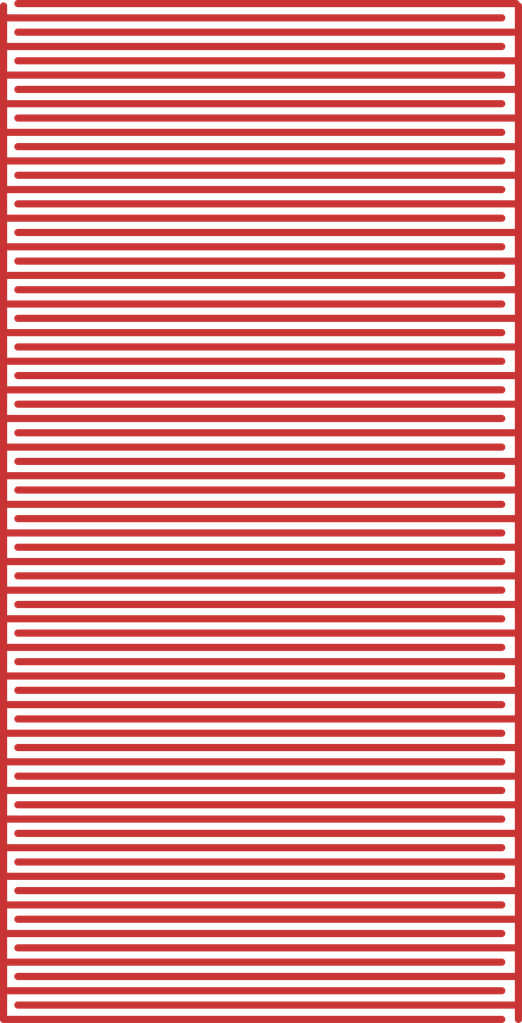
<source format=kicad_pcb>
(kicad_pcb (version 4) (host Gerbview "4.0.3-stable")

  (layers 
    (0 F.Cu signal)
    (31 B.Cu signal)
    (32 B.Adhes user)
    (33 F.Adhes user)
    (34 B.Paste user)
    (35 F.Paste user)
    (36 B.SilkS user)
    (37 F.SilkS user)
    (38 B.Mask user)
    (39 F.Mask user)
    (40 Dwgs.User user)
    (41 Cmts.User user)
    (42 Eco1.User user)
    (43 Eco2.User user)
    (44 Edge.Cuts user)
    (45 Margin user)
    (46 B.CrtYd user)
    (47 F.CrtYd user)
    (48 B.Fab user)
    (49 F.Fab user)
  )

(segment (start 12.3952 -23.622) (end 1.778 -23.622) (width 0.1524) (layer F.Cu) (net 0))
(segment (start 12.7 -23.9268) (end 2.0828 -23.9268) (width 0.1524) (layer F.Cu) (net 0))
(segment (start 12.3952 -23.0124) (end 1.778 -23.0124) (width 0.1524) (layer F.Cu) (net 0))
(segment (start 12.7 -23.3172) (end 2.0828 -23.3172) (width 0.1524) (layer F.Cu) (net 0))
(segment (start 12.3952 -22.4028) (end 1.778 -22.4028) (width 0.1524) (layer F.Cu) (net 0))
(segment (start 12.7 -22.7076) (end 2.0828 -22.7076) (width 0.1524) (layer F.Cu) (net 0))
(segment (start 12.3952 -21.7932) (end 1.778 -21.7932) (width 0.1524) (layer F.Cu) (net 0))
(segment (start 12.7 -22.098) (end 2.0828 -22.098) (width 0.1524) (layer F.Cu) (net 0))
(segment (start 12.3952 -21.1836) (end 1.778 -21.1836) (width 0.1524) (layer F.Cu) (net 0))
(segment (start 12.7 -21.4884) (end 2.0828 -21.4884) (width 0.1524) (layer F.Cu) (net 0))
(segment (start 12.3952 -20.574) (end 1.778 -20.574) (width 0.1524) (layer F.Cu) (net 0))
(segment (start 12.7 -20.8788) (end 2.0828 -20.8788) (width 0.1524) (layer F.Cu) (net 0))
(segment (start 12.3952 -19.9644) (end 1.778 -19.9644) (width 0.1524) (layer F.Cu) (net 0))
(segment (start 12.7 -20.2692) (end 2.0828 -20.2692) (width 0.1524) (layer F.Cu) (net 0))
(segment (start 12.3952 -19.3548) (end 1.778 -19.3548) (width 0.1524) (layer F.Cu) (net 0))
(segment (start 12.7 -19.6596) (end 2.0828 -19.6596) (width 0.1524) (layer F.Cu) (net 0))
(segment (start 12.3952 -18.7452) (end 1.778 -18.7452) (width 0.1524) (layer F.Cu) (net 0))
(segment (start 12.7 -19.05) (end 2.0828 -19.05) (width 0.1524) (layer F.Cu) (net 0))
(segment (start 12.3952 -18.1356) (end 1.778 -18.1356) (width 0.1524) (layer F.Cu) (net 0))
(segment (start 12.7 -18.4404) (end 2.0828 -18.4404) (width 0.1524) (layer F.Cu) (net 0))
(segment (start 12.3952 -17.526) (end 1.778 -17.526) (width 0.1524) (layer F.Cu) (net 0))
(segment (start 12.7 -17.8308) (end 2.0828 -17.8308) (width 0.1524) (layer F.Cu) (net 0))
(segment (start 12.3952 -16.9164) (end 1.778 -16.9164) (width 0.1524) (layer F.Cu) (net 0))
(segment (start 12.7 -17.2212) (end 2.0828 -17.2212) (width 0.1524) (layer F.Cu) (net 0))
(segment (start 12.3952 -16.3068) (end 1.778 -16.3068) (width 0.1524) (layer F.Cu) (net 0))
(segment (start 12.7 -16.6116) (end 2.0828 -16.6116) (width 0.1524) (layer F.Cu) (net 0))
(segment (start 12.3952 -15.6972) (end 1.778 -15.6972) (width 0.1524) (layer F.Cu) (net 0))
(segment (start 12.7 -16.002) (end 2.0828 -16.002) (width 0.1524) (layer F.Cu) (net 0))
(segment (start 12.3952 -15.0876) (end 1.778 -15.0876) (width 0.1524) (layer F.Cu) (net 0))
(segment (start 12.7 -15.3924) (end 2.0828 -15.3924) (width 0.1524) (layer F.Cu) (net 0))
(segment (start 12.3952 -14.478) (end 1.778 -14.478) (width 0.1524) (layer F.Cu) (net 0))
(segment (start 12.7 -14.7828) (end 2.0828 -14.7828) (width 0.1524) (layer F.Cu) (net 0))
(segment (start 12.3952 -13.8684) (end 1.778 -13.8684) (width 0.1524) (layer F.Cu) (net 0))
(segment (start 12.7 -14.1732) (end 2.0828 -14.1732) (width 0.1524) (layer F.Cu) (net 0))
(segment (start 12.3952 -13.2588) (end 1.778 -13.2588) (width 0.1524) (layer F.Cu) (net 0))
(segment (start 12.7 -13.5636) (end 2.0828 -13.5636) (width 0.1524) (layer F.Cu) (net 0))
(segment (start 12.3952 -12.6492) (end 1.778 -12.6492) (width 0.1524) (layer F.Cu) (net 0))
(segment (start 12.7 -12.954) (end 2.0828 -12.954) (width 0.1524) (layer F.Cu) (net 0))
(segment (start 12.3952 -12.0396) (end 1.778 -12.0396) (width 0.1524) (layer F.Cu) (net 0))
(segment (start 12.7 -12.3444) (end 2.0828 -12.3444) (width 0.1524) (layer F.Cu) (net 0))
(segment (start 12.3952 -11.43) (end 1.778 -11.43) (width 0.1524) (layer F.Cu) (net 0))
(segment (start 12.7 -11.7348) (end 2.0828 -11.7348) (width 0.1524) (layer F.Cu) (net 0))
(segment (start 12.3952 -10.8204) (end 1.778 -10.8204) (width 0.1524) (layer F.Cu) (net 0))
(segment (start 12.7 -11.1252) (end 2.0828 -11.1252) (width 0.1524) (layer F.Cu) (net 0))
(segment (start 12.3952 -10.2108) (end 1.778 -10.2108) (width 0.1524) (layer F.Cu) (net 0))
(segment (start 12.7 -10.5156) (end 2.0828 -10.5156) (width 0.1524) (layer F.Cu) (net 0))
(segment (start 12.3952 -9.6012) (end 1.778 -9.6012) (width 0.1524) (layer F.Cu) (net 0))
(segment (start 12.7 -9.906000000000001) (end 2.0828 -9.906000000000001) (width 0.1524) (layer F.Cu) (net 0))
(segment (start 12.3952 -8.9916) (end 1.778 -8.9916) (width 0.1524) (layer F.Cu) (net 0))
(segment (start 12.7 -9.2964) (end 2.0828 -9.2964) (width 0.1524) (layer F.Cu) (net 0))
(segment (start 12.3952 -8.382) (end 1.778 -8.382) (width 0.1524) (layer F.Cu) (net 0))
(segment (start 12.7 -8.6868) (end 2.0828 -8.6868) (width 0.1524) (layer F.Cu) (net 0))
(segment (start 12.3952 -7.7724) (end 1.778 -7.7724) (width 0.1524) (layer F.Cu) (net 0))
(segment (start 12.7 -8.077199999999999) (end 2.0828 -8.077199999999999) (width 0.1524) (layer F.Cu) (net 0))
(segment (start 12.3952 -7.1628) (end 1.778 -7.1628) (width 0.1524) (layer F.Cu) (net 0))
(segment (start 12.7 -7.4676) (end 2.0828 -7.4676) (width 0.1524) (layer F.Cu) (net 0))
(segment (start 12.3952 -6.5532) (end 1.778 -6.5532) (width 0.1524) (layer F.Cu) (net 0))
(segment (start 12.7 -6.858) (end 2.0828 -6.858) (width 0.1524) (layer F.Cu) (net 0))
(segment (start 12.3952 -5.9436) (end 1.778 -5.9436) (width 0.1524) (layer F.Cu) (net 0))
(segment (start 12.7 -6.2484) (end 2.0828 -6.2484) (width 0.1524) (layer F.Cu) (net 0))
(segment (start 12.3952 -5.334) (end 1.778 -5.334) (width 0.1524) (layer F.Cu) (net 0))
(segment (start 12.7 -5.6388) (end 2.0828 -5.6388) (width 0.1524) (layer F.Cu) (net 0))
(segment (start 12.3952 -4.7244) (end 1.778 -4.7244) (width 0.1524) (layer F.Cu) (net 0))
(segment (start 12.7 -5.0292) (end 2.0828 -5.0292) (width 0.1524) (layer F.Cu) (net 0))
(segment (start 12.3952 -4.1148) (end 1.778 -4.1148) (width 0.1524) (layer F.Cu) (net 0))
(segment (start 12.7 -4.4196) (end 2.0828 -4.4196) (width 0.1524) (layer F.Cu) (net 0))
(segment (start 12.3952 -3.5052) (end 1.778 -3.5052) (width 0.1524) (layer F.Cu) (net 0))
(segment (start 12.7 -3.81) (end 2.0828 -3.81) (width 0.1524) (layer F.Cu) (net 0))
(segment (start 12.3952 -2.8956) (end 1.778 -2.8956) (width 0.1524) (layer F.Cu) (net 0))
(segment (start 12.7 -3.2004) (end 2.0828 -3.2004) (width 0.1524) (layer F.Cu) (net 0))
(segment (start 12.3952 -2.286) (end 1.778 -2.286) (width 0.1524) (layer F.Cu) (net 0))
(segment (start 12.7 -2.5908) (end 2.0828 -2.5908) (width 0.1524) (layer F.Cu) (net 0))
(segment (start 12.7508 -23.876) (end 12.7508 -2.286) (width 0.1524) (layer F.Cu) (net 0))
(segment (start 1.778 -2.286) (end 1.778 -23.876) (width 0.1524) (layer F.Cu) (net 0))
)

</source>
